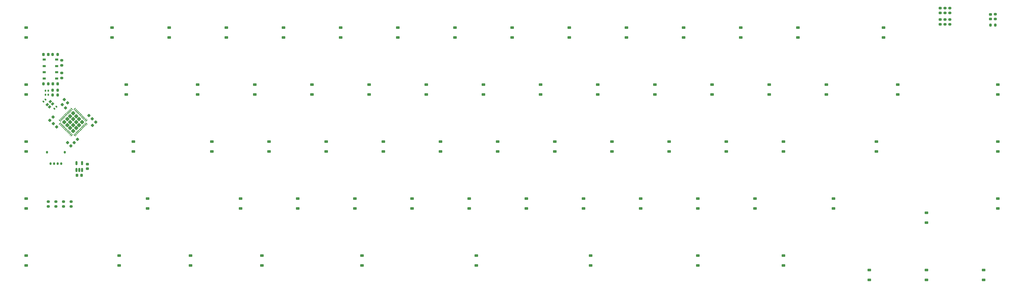
<source format=gbr>
%TF.GenerationSoftware,KiCad,Pcbnew,8.0.8*%
%TF.CreationDate,2025-02-13T20:03:08-06:00*%
%TF.ProjectId,kb,6b622e6b-6963-4616-945f-706362585858,rev?*%
%TF.SameCoordinates,Original*%
%TF.FileFunction,Paste,Bot*%
%TF.FilePolarity,Positive*%
%FSLAX46Y46*%
G04 Gerber Fmt 4.6, Leading zero omitted, Abs format (unit mm)*
G04 Created by KiCad (PCBNEW 8.0.8) date 2025-02-13 20:03:08*
%MOMM*%
%LPD*%
G01*
G04 APERTURE LIST*
G04 Aperture macros list*
%AMRoundRect*
0 Rectangle with rounded corners*
0 $1 Rounding radius*
0 $2 $3 $4 $5 $6 $7 $8 $9 X,Y pos of 4 corners*
0 Add a 4 corners polygon primitive as box body*
4,1,4,$2,$3,$4,$5,$6,$7,$8,$9,$2,$3,0*
0 Add four circle primitives for the rounded corners*
1,1,$1+$1,$2,$3*
1,1,$1+$1,$4,$5*
1,1,$1+$1,$6,$7*
1,1,$1+$1,$8,$9*
0 Add four rect primitives between the rounded corners*
20,1,$1+$1,$2,$3,$4,$5,0*
20,1,$1+$1,$4,$5,$6,$7,0*
20,1,$1+$1,$6,$7,$8,$9,0*
20,1,$1+$1,$8,$9,$2,$3,0*%
%AMRotRect*
0 Rectangle, with rotation*
0 The origin of the aperture is its center*
0 $1 length*
0 $2 width*
0 $3 Rotation angle, in degrees counterclockwise*
0 Add horizontal line*
21,1,$1,$2,0,0,$3*%
G04 Aperture macros list end*
%ADD10RoundRect,0.225000X-0.335876X-0.017678X-0.017678X-0.335876X0.335876X0.017678X0.017678X0.335876X0*%
%ADD11RoundRect,0.225000X0.017678X-0.335876X0.335876X-0.017678X-0.017678X0.335876X-0.335876X0.017678X0*%
%ADD12RoundRect,0.225000X-0.017678X0.335876X-0.335876X0.017678X0.017678X-0.335876X0.335876X-0.017678X0*%
%ADD13RoundRect,0.225000X0.335876X0.017678X0.017678X0.335876X-0.335876X-0.017678X-0.017678X-0.335876X0*%
%ADD14RoundRect,0.225000X-0.225000X-0.250000X0.225000X-0.250000X0.225000X0.250000X-0.225000X0.250000X0*%
%ADD15RoundRect,0.225000X0.225000X0.250000X-0.225000X0.250000X-0.225000X-0.250000X0.225000X-0.250000X0*%
%ADD16RoundRect,0.225000X0.250000X-0.225000X0.250000X0.225000X-0.250000X0.225000X-0.250000X-0.225000X0*%
%ADD17RoundRect,0.225000X-0.250000X0.225000X-0.250000X-0.225000X0.250000X-0.225000X0.250000X0.225000X0*%
%ADD18RoundRect,0.200000X-0.275000X0.200000X-0.275000X-0.200000X0.275000X-0.200000X0.275000X0.200000X0*%
%ADD19RoundRect,0.200000X0.275000X-0.200000X0.275000X0.200000X-0.275000X0.200000X-0.275000X-0.200000X0*%
%ADD20RoundRect,0.200000X-0.200000X-0.275000X0.200000X-0.275000X0.200000X0.275000X-0.200000X0.275000X0*%
%ADD21RoundRect,0.200000X0.200000X0.275000X-0.200000X0.275000X-0.200000X-0.275000X0.200000X-0.275000X0*%
%ADD22RoundRect,0.150000X-0.150000X-0.275000X0.150000X-0.275000X0.150000X0.275000X-0.150000X0.275000X0*%
%ADD23RoundRect,0.175000X-0.175000X-0.225000X0.175000X-0.225000X0.175000X0.225000X-0.175000X0.225000X0*%
%ADD24RoundRect,0.150000X0.150000X-0.512500X0.150000X0.512500X-0.150000X0.512500X-0.150000X-0.512500X0*%
%ADD25RoundRect,0.225000X0.375000X-0.225000X0.375000X0.225000X-0.375000X0.225000X-0.375000X-0.225000X0*%
%ADD26RotRect,0.900000X0.800000X45.000000*%
%ADD27RoundRect,0.140000X0.021213X-0.219203X0.219203X-0.021213X-0.021213X0.219203X-0.219203X0.021213X0*%
%ADD28RoundRect,0.140000X-0.021213X0.219203X-0.219203X0.021213X0.021213X-0.219203X0.219203X-0.021213X0*%
%ADD29RoundRect,0.250000X-0.445477X0.000000X0.000000X-0.445477X0.445477X0.000000X0.000000X0.445477X0*%
%ADD30RoundRect,0.062500X-0.309359X0.220971X0.220971X-0.309359X0.309359X-0.220971X-0.220971X0.309359X0*%
%ADD31RoundRect,0.062500X-0.309359X-0.220971X-0.220971X-0.309359X0.309359X0.220971X0.220971X0.309359X0*%
%ADD32RoundRect,0.147500X0.147500X0.172500X-0.147500X0.172500X-0.147500X-0.172500X0.147500X-0.172500X0*%
%ADD33R,1.050000X0.650000*%
G04 APERTURE END LIST*
D10*
%TO.C,C4*%
X27751992Y-50751992D03*
X28848008Y-51848008D03*
%TD*%
D11*
%TO.C,C3*%
X29951992Y-50698008D03*
X31048008Y-49601992D03*
%TD*%
D10*
%TO.C,C5*%
X24146016Y-45496016D03*
X23050000Y-44400000D03*
%TD*%
D12*
%TO.C,C1*%
X22948008Y-42151992D03*
X21851992Y-43248008D03*
%TD*%
D13*
%TO.C,C7*%
X26651992Y-36351992D03*
X27748008Y-37448008D03*
%TD*%
%TO.C,C6*%
X27100000Y-39100000D03*
X26003984Y-38003984D03*
%TD*%
D11*
%TO.C,Ce*%
X36051992Y-44948008D03*
X37148008Y-43851992D03*
%TD*%
D10*
%TO.C,C10*%
X36000000Y-42748008D03*
X34903984Y-41651992D03*
%TD*%
D14*
%TO.C,C13*%
X22900000Y-31100000D03*
X24450000Y-31100000D03*
%TD*%
D15*
%TO.C,C17*%
X21300000Y-21250000D03*
X19750000Y-21250000D03*
%TD*%
D16*
%TO.C,C15*%
X318600000Y-9600001D03*
X318600000Y-11150001D03*
%TD*%
D17*
%TO.C,C14*%
X318600000Y-5800000D03*
X318600000Y-7350000D03*
%TD*%
%TO.C,C16*%
X335400000Y-9400000D03*
X335400000Y-7850000D03*
%TD*%
D18*
%TO.C,R16*%
X320200000Y-11200001D03*
X320200000Y-9550001D03*
%TD*%
D19*
%TO.C,R15*%
X320200000Y-5750000D03*
X320200000Y-7400000D03*
%TD*%
D20*
%TO.C,R14*%
X337000000Y-11475000D03*
X335350000Y-11475000D03*
%TD*%
D18*
%TO.C,R13*%
X321800000Y-7400000D03*
X321800000Y-5750000D03*
%TD*%
D19*
%TO.C,R12*%
X321800000Y-9550000D03*
X321800000Y-11200000D03*
%TD*%
%TO.C,R11*%
X25850000Y-23250000D03*
X25850000Y-24900000D03*
%TD*%
D21*
%TO.C,R10*%
X22800000Y-21250000D03*
X24450000Y-21250000D03*
%TD*%
D18*
%TO.C,R9*%
X25850000Y-29100000D03*
X25850000Y-27450000D03*
%TD*%
%TO.C,R8*%
X28935000Y-70450000D03*
X28935000Y-72100000D03*
%TD*%
%TO.C,R7*%
X26395000Y-70450000D03*
X26395000Y-72100000D03*
%TD*%
%TO.C,R6*%
X23855000Y-70450000D03*
X23855000Y-72100000D03*
%TD*%
%TO.C,R5*%
X21315000Y-70450000D03*
X21315000Y-72100000D03*
%TD*%
D20*
%TO.C,R4*%
X21350000Y-31100000D03*
X19700000Y-31100000D03*
%TD*%
D18*
%TO.C,R3*%
X337000000Y-9450000D03*
X337000000Y-7800000D03*
%TD*%
D20*
%TO.C,R2*%
X24450000Y-34850000D03*
X22800000Y-34850000D03*
%TD*%
%TO.C,R1*%
X24450000Y-33244010D03*
X22800000Y-33244010D03*
%TD*%
D22*
%TO.C,J2*%
X22075000Y-57750000D03*
X23275000Y-57750000D03*
X24475000Y-57750000D03*
X25675000Y-57750000D03*
D23*
X20925000Y-53975000D03*
X26825000Y-53975000D03*
%TD*%
D24*
%TO.C,U1*%
X32625000Y-59837500D03*
X31675000Y-59837500D03*
X30725000Y-59837500D03*
X30725000Y-57562500D03*
X32625000Y-57562500D03*
%TD*%
D25*
%TO.C,D28*%
X261625000Y-34675000D03*
X261625000Y-31375000D03*
%TD*%
%TO.C,D1*%
X13975000Y-15625000D03*
X13975000Y-12325000D03*
%TD*%
%TO.C,D68*%
X202093750Y-91825000D03*
X202093750Y-88525000D03*
%TD*%
%TO.C,D7*%
X137800000Y-15625000D03*
X137800000Y-12325000D03*
%TD*%
%TO.C,D55*%
X199712500Y-72775000D03*
X199712500Y-69475000D03*
%TD*%
%TO.C,D49*%
X85412500Y-72775000D03*
X85412500Y-69475000D03*
%TD*%
%TO.C,D56*%
X218762500Y-72775000D03*
X218762500Y-69475000D03*
%TD*%
%TO.C,D43*%
X247337500Y-53725000D03*
X247337500Y-50425000D03*
%TD*%
%TO.C,D73*%
X333062500Y-96587500D03*
X333062500Y-93287500D03*
%TD*%
%TO.C,D5*%
X99700000Y-15625000D03*
X99700000Y-12325000D03*
%TD*%
%TO.C,D24*%
X185425000Y-34675000D03*
X185425000Y-31375000D03*
%TD*%
%TO.C,D34*%
X75887500Y-53725000D03*
X75887500Y-50425000D03*
%TD*%
%TO.C,D37*%
X133037500Y-53725000D03*
X133037500Y-50425000D03*
%TD*%
%TO.C,D30*%
X304487500Y-34675000D03*
X304487500Y-31375000D03*
%TD*%
%TO.C,D39*%
X171137500Y-53725000D03*
X171137500Y-50425000D03*
%TD*%
%TO.C,D33*%
X49693750Y-53725000D03*
X49693750Y-50425000D03*
%TD*%
%TO.C,D22*%
X147325000Y-34675000D03*
X147325000Y-31375000D03*
%TD*%
%TO.C,D58*%
X256862500Y-72775000D03*
X256862500Y-69475000D03*
%TD*%
%TO.C,D38*%
X152087500Y-53725000D03*
X152087500Y-50425000D03*
%TD*%
%TO.C,D32*%
X13975000Y-53725000D03*
X13975000Y-50425000D03*
%TD*%
%TO.C,D18*%
X71125000Y-34675000D03*
X71125000Y-31375000D03*
%TD*%
%TO.C,D10*%
X194950000Y-15625000D03*
X194950000Y-12325000D03*
%TD*%
%TO.C,D40*%
X190187500Y-53725000D03*
X190187500Y-50425000D03*
%TD*%
%TO.C,D65*%
X92556250Y-91825000D03*
X92556250Y-88525000D03*
%TD*%
%TO.C,D69*%
X237812500Y-91825000D03*
X237812500Y-88525000D03*
%TD*%
%TO.C,D14*%
X271150000Y-15625000D03*
X271150000Y-12325000D03*
%TD*%
%TO.C,D46*%
X337825000Y-53725000D03*
X337825000Y-50425000D03*
%TD*%
%TO.C,D70*%
X266387500Y-91825000D03*
X266387500Y-88525000D03*
%TD*%
%TO.C,D64*%
X68743750Y-91825000D03*
X68743750Y-88525000D03*
%TD*%
%TO.C,D41*%
X209237500Y-53725000D03*
X209237500Y-50425000D03*
%TD*%
%TO.C,D26*%
X223525000Y-34675000D03*
X223525000Y-31375000D03*
%TD*%
%TO.C,D71*%
X294962500Y-96587500D03*
X294962500Y-93287500D03*
%TD*%
%TO.C,D3*%
X61600000Y-15625000D03*
X61600000Y-12325000D03*
%TD*%
%TO.C,D31*%
X337825000Y-34675000D03*
X337825000Y-31375000D03*
%TD*%
%TO.C,D67*%
X163993750Y-91825000D03*
X163993750Y-88525000D03*
%TD*%
%TO.C,D23*%
X166375000Y-34675000D03*
X166375000Y-31375000D03*
%TD*%
%TO.C,D9*%
X175900000Y-15625000D03*
X175900000Y-12325000D03*
%TD*%
%TO.C,D35*%
X94937500Y-53725000D03*
X94937500Y-50425000D03*
%TD*%
%TO.C,D60*%
X314025000Y-77525000D03*
X314025000Y-74225000D03*
%TD*%
D26*
%TO.C,Y1*%
X21775360Y-38772090D03*
X22765309Y-37782141D03*
X21987492Y-37004324D03*
X20997543Y-37994273D03*
%TD*%
D25*
%TO.C,D53*%
X161612500Y-72775000D03*
X161612500Y-69475000D03*
%TD*%
%TO.C,D21*%
X128275000Y-34675000D03*
X128275000Y-31375000D03*
%TD*%
%TO.C,D15*%
X299725000Y-15625000D03*
X299725000Y-12325000D03*
%TD*%
%TO.C,D45*%
X297343750Y-53725000D03*
X297343750Y-50425000D03*
%TD*%
%TO.C,D19*%
X90175000Y-34675000D03*
X90175000Y-31375000D03*
%TD*%
%TO.C,D54*%
X180662500Y-72775000D03*
X180662500Y-69475000D03*
%TD*%
%TO.C,D62*%
X13975000Y-91825000D03*
X13975000Y-88525000D03*
%TD*%
%TO.C,D29*%
X280675000Y-34675000D03*
X280675000Y-31375000D03*
%TD*%
%TO.C,D48*%
X54456250Y-72775000D03*
X54456250Y-69475000D03*
%TD*%
%TO.C,D50*%
X104462500Y-72775000D03*
X104462500Y-69475000D03*
%TD*%
%TO.C,D59*%
X283056250Y-72775000D03*
X283056250Y-69475000D03*
%TD*%
%TO.C,D4*%
X80650000Y-15625000D03*
X80650000Y-12325000D03*
%TD*%
%TO.C,D8*%
X156850000Y-15625000D03*
X156850000Y-12325000D03*
%TD*%
%TO.C,D44*%
X266387500Y-53725000D03*
X266387500Y-50425000D03*
%TD*%
%TO.C,D52*%
X142562500Y-72775000D03*
X142562500Y-69475000D03*
%TD*%
%TO.C,D12*%
X233050000Y-15625000D03*
X233050000Y-12325000D03*
%TD*%
D27*
%TO.C,C11*%
X19696178Y-37053822D03*
X20375000Y-36375000D03*
%TD*%
D25*
%TO.C,D6*%
X118750000Y-15625000D03*
X118750000Y-12325000D03*
%TD*%
D28*
%TO.C,C12*%
X24035589Y-38714411D03*
X23356767Y-39393233D03*
%TD*%
D25*
%TO.C,D66*%
X125893750Y-91825000D03*
X125893750Y-88525000D03*
%TD*%
%TO.C,D13*%
X252100000Y-15625000D03*
X252100000Y-12325000D03*
%TD*%
%TO.C,D42*%
X228287500Y-53725000D03*
X228287500Y-50425000D03*
%TD*%
%TO.C,D27*%
X242575000Y-34675000D03*
X242575000Y-31375000D03*
%TD*%
%TO.C,D61*%
X337825000Y-72775000D03*
X337825000Y-69475000D03*
%TD*%
%TO.C,D63*%
X44931250Y-91825000D03*
X44931250Y-88525000D03*
%TD*%
%TO.C,D57*%
X237812500Y-72775000D03*
X237812500Y-69475000D03*
%TD*%
%TO.C,D72*%
X314012500Y-96587500D03*
X314012500Y-93287500D03*
%TD*%
%TO.C,D17*%
X47312500Y-34675000D03*
X47312500Y-31375000D03*
%TD*%
%TO.C,D51*%
X123512500Y-72775000D03*
X123512500Y-69475000D03*
%TD*%
%TO.C,D47*%
X13975000Y-72775000D03*
X13975000Y-69475000D03*
%TD*%
%TO.C,D11*%
X214000000Y-15625000D03*
X214000000Y-12325000D03*
%TD*%
%TO.C,D25*%
X204475000Y-34675000D03*
X204475000Y-31375000D03*
%TD*%
%TO.C,D2*%
X42550000Y-15625000D03*
X42550000Y-12325000D03*
%TD*%
D29*
%TO.C,U2*%
X29635051Y-40905152D03*
X28645102Y-41895101D03*
X27655152Y-42885051D03*
X26665203Y-43875000D03*
X30625000Y-41895101D03*
X29635051Y-42885051D03*
X28645102Y-43875000D03*
X27655152Y-44864949D03*
X31614950Y-42885051D03*
X30625000Y-43875000D03*
X29635051Y-44864949D03*
X28645102Y-45854899D03*
X32604899Y-43875000D03*
X31614950Y-44864949D03*
X30625000Y-45854899D03*
X29635051Y-46844848D03*
D30*
X25259828Y-43388864D03*
X25613381Y-43035311D03*
X25966935Y-42681757D03*
X26320488Y-42328204D03*
X26674041Y-41974651D03*
X27027595Y-41621097D03*
X27381148Y-41267544D03*
X27734702Y-40913990D03*
X28088255Y-40560437D03*
X28441808Y-40206884D03*
X28795362Y-39853330D03*
X29148915Y-39499777D03*
D31*
X30121187Y-39499777D03*
X30474740Y-39853330D03*
X30828294Y-40206884D03*
X31181847Y-40560437D03*
X31535400Y-40913990D03*
X31888954Y-41267544D03*
X32242507Y-41621097D03*
X32596061Y-41974651D03*
X32949614Y-42328204D03*
X33303167Y-42681757D03*
X33656721Y-43035311D03*
X34010274Y-43388864D03*
D30*
X34010274Y-44361136D03*
X33656721Y-44714689D03*
X33303167Y-45068243D03*
X32949614Y-45421796D03*
X32596061Y-45775349D03*
X32242507Y-46128903D03*
X31888954Y-46482456D03*
X31535400Y-46836010D03*
X31181847Y-47189563D03*
X30828294Y-47543116D03*
X30474740Y-47896670D03*
X30121187Y-48250223D03*
D31*
X29148915Y-48250223D03*
X28795362Y-47896670D03*
X28441808Y-47543116D03*
X28088255Y-47189563D03*
X27734702Y-46836010D03*
X27381148Y-46482456D03*
X27027595Y-46128903D03*
X26674041Y-45775349D03*
X26320488Y-45421796D03*
X25966935Y-45068243D03*
X25613381Y-44714689D03*
X25259828Y-44361136D03*
%TD*%
D25*
%TO.C,D20*%
X109225000Y-34675000D03*
X109225000Y-31375000D03*
%TD*%
%TO.C,D16*%
X13975000Y-34675000D03*
X13975000Y-31375000D03*
%TD*%
%TO.C,D36*%
X113987500Y-53725000D03*
X113987500Y-50425000D03*
%TD*%
D32*
%TO.C,D74*%
X21365000Y-33385000D03*
X20395000Y-33385000D03*
%TD*%
D33*
%TO.C,SW75*%
X20000000Y-29350000D03*
X24150000Y-29350000D03*
X20000000Y-27200000D03*
X24150000Y-27200000D03*
%TD*%
%TO.C,SW74*%
X20000000Y-25150000D03*
X24150000Y-25150000D03*
X20000000Y-23000000D03*
X24150000Y-23000000D03*
%TD*%
D32*
%TO.C,D75*%
X20405000Y-34705990D03*
X21375000Y-34705990D03*
%TD*%
D14*
%TO.C,C9*%
X30912500Y-61662500D03*
X32462500Y-61662500D03*
%TD*%
D17*
%TO.C,C8*%
X34375000Y-59475000D03*
X34375000Y-57925000D03*
%TD*%
M02*

</source>
